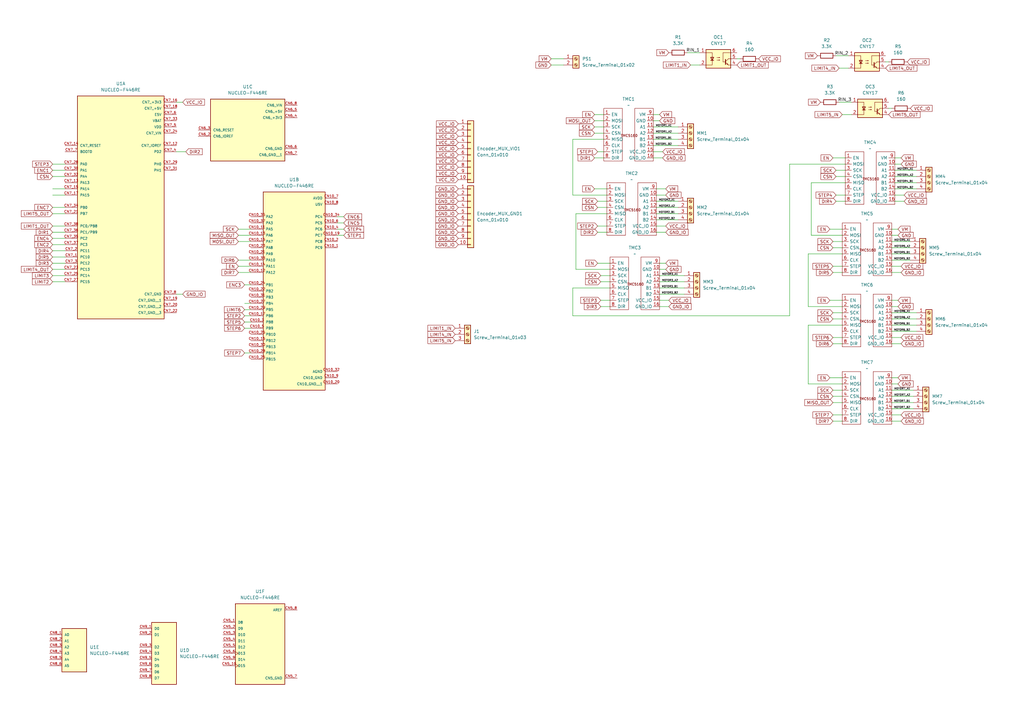
<source format=kicad_sch>
(kicad_sch (version 20250114) (generator "eeschema") (generator_version "9.0")
  (paper "A3")
  (lib_symbols
    (symbol "Connector:Screw_Terminal_01x02" (pin_names (offset 1.016) (hide yes))
      (property "Reference" "J" (at 0 2.54 0))
      (property "Value" "Screw_Terminal_01x02" (at 0 -5.08 0))
      (symbol "Screw_Terminal_01x02_1_1"
        (pin passive line (at -5.08 0 0) (length 3.81) (name "Pin_1") (number "1"))
        (pin passive line (at -5.08 -2.54 0) (length 3.81) (name "Pin_2") (number "2"))
      )
    )
    (symbol "Connector:Screw_Terminal_01x03" (pin_names (offset 1.016) (hide yes))
      (property "Reference" "J" (at 0 5.08 0))
      (property "Value" "Screw_Terminal_01x03" (at 0 -5.08 0))
      (symbol "Screw_Terminal_01x03_1_1"
        (pin passive line (at -5.08 2.54 0) (length 3.81) (name "Pin_1") (number "1"))
        (pin passive line (at -5.08 0 0) (length 3.81) (name "Pin_2") (number "2"))
        (pin passive line (at -5.08 -2.54 0) (length 3.81) (name "Pin_3") (number "3"))
      )
    )
    (symbol "Connector:Screw_Terminal_01x04" (pin_names (offset 1.016) (hide yes))
      (property "Reference" "J" (at 0 5.08 0))
      (property "Value" "Screw_Terminal_01x04" (at 0 -7.62 0))
      (symbol "Screw_Terminal_01x04_1_1"
        (pin passive line (at -5.08 2.54 0) (length 3.81) (name "Pin_1") (number "1"))
        (pin passive line (at -5.08 0 0) (length 3.81) (name "Pin_2") (number "2"))
        (pin passive line (at -5.08 -2.54 0) (length 3.81) (name "Pin_3") (number "3"))
        (pin passive line (at -5.08 -5.08 0) (length 3.81) (name "Pin_4") (number "4"))
      )
    )
    (symbol "Connector_Generic:Conn_01x10" (pin_names (offset 1.016) (hide yes))
      (property "Reference" "J" (at 0 12.7 0))
      (property "Value" "Conn_01x10" (at 0 -15.24 0))
      (symbol "Conn_01x10_1_1"
        (pin passive line (at -5.08 10.16 0) (length 3.81) (name "Pin_1") (number "1"))
        (pin passive line (at -5.08 7.62 0) (length 3.81) (name "Pin_2") (number "2"))
        (pin passive line (at -5.08 5.08 0) (length 3.81) (name "Pin_3") (number "3"))
        (pin passive line (at -5.08 2.54 0) (length 3.81) (name "Pin_4") (number "4"))
        (pin passive line (at -5.08 0 0) (length 3.81) (name "Pin_5") (number "5"))
        (pin passive line (at -5.08 -2.54 0) (length 3.81) (name "Pin_6") (number "6"))
        (pin passive line (at -5.08 -5.08 0) (length 3.81) (name "Pin_7") (number "7"))
        (pin passive line (at -5.08 -7.62 0) (length 3.81) (name "Pin_8") (number "8"))
        (pin passive line (at -5.08 -10.16 0) (length 3.81) (name "Pin_9") (number "9"))
        (pin passive line (at -5.08 -12.7 0) (length 3.81) (name "Pin_10") (number "10"))
      )
    )
    (symbol "Device:R" (pin_numbers (hide yes)) (pin_names (offset 0))
      (property "Reference" "R" (at 2.032 0 90))
      (property "Value" "R" (at 0 0 90))
      (symbol "R_1_1"
        (pin passive line (at 0 3.81 270) (length 1.27) (name "~") (number "1"))
        (pin passive line (at 0 -3.81 90) (length 1.27) (name "~") (number "2"))
      )
    )
    (symbol "Isolator:CNY17-4" (pin_names (offset 1.016))
      (property "Reference" "U" (at -5.08 5.08 0))
      (property "Value" "CNY17-4" (at 0 5.08 0))
      (symbol "CNY17-4_1_1"
        (pin passive line (at -7.62 2.54 0) (length 2.54) (name "~") (number "1"))
        (pin passive line (at -7.62 -2.54 0) (length 2.54) (name "~") (number "2"))
        (pin no_connect line (at -5.08 0 0) (length 2.54) (hide yes) (name "NC") (number "3"))
        (pin passive line (at 7.62 2.54 180) (length 2.54) (name "~") (number "6"))
        (pin passive line (at 7.62 0 180) (length 2.54) (name "~") (number "5"))
        (pin passive line (at 7.62 -2.54 180) (length 2.54) (name "~") (number "4"))
      )
    )
    (symbol "control_board_aaa:NUCLEO-F446RE" (pin_names (offset 1.016))
      (property "Reference" "U" (at -17.78 41.91 0))
      (property "Value" "NUCLEO-F446RE" (at -17.78 -52.07 0))
      (symbol "NUCLEO-F446RE_1_0"
        (pin bidirectional line (at -22.86 20.32 0) (length 5.08) (name "CN7_RESET") (number "CN7_14"))
        (pin bidirectional line (at -22.86 17.78 0) (length 5.08) (name "BOOT0") (number "CN7_7"))
        (pin bidirectional line (at -22.86 12.7 0) (length 5.08) (name "PA0") (number "CN7_28"))
        (pin bidirectional line (at -22.86 10.16 0) (length 5.08) (name "PA1") (number "CN7_30"))
        (pin bidirectional line (at -22.86 7.62 0) (length 5.08) (name "PA4") (number "CN7_32"))
        (pin bidirectional line (at -22.86 5.08 0) (length 5.08) (name "PA13") (number "CN7_13"))
        (pin bidirectional line (at -22.86 2.54 0) (length 5.08) (name "PA14") (number "CN7_15"))
        (pin bidirectional line (at -22.86 0 0) (length 5.08) (name "PA15") (number "CN7_17"))
        (pin bidirectional line (at -22.86 -5.08 0) (length 5.08) (name "PB0") (number "CN7_34"))
        (pin bidirectional line (at -22.86 -7.62 0) (length 5.08) (name "PB7") (number "CN7_21"))
        (pin bidirectional line (at -22.86 -12.7 0) (length 5.08) (name "PC0/PB8") (number "CN7_38"))
        (pin bidirectional line (at -22.86 -15.24 0) (length 5.08) (name "PC1/PB9") (number "CN7_36"))
        (pin bidirectional line (at -22.86 -17.78 0) (length 5.08) (name "PC2") (number "CN7_35"))
        (pin bidirectional line (at -22.86 -20.32 0) (length 5.08) (name "PC3") (number "CN7_37"))
        (pin bidirectional line (at -22.86 -22.86 0) (length 5.08) (name "PC11") (number "CN7_2"))
        (pin bidirectional line (at -22.86 -25.4 0) (length 5.08) (name "PC10") (number "CN7_1"))
        (pin bidirectional line (at -22.86 -27.94 0) (length 5.08) (name "PC12") (number "CN7_3"))
        (pin bidirectional line (at -22.86 -30.48 0) (length 5.08) (name "PC13") (number "CN7_23"))
        (pin bidirectional line (at -22.86 -33.02 0) (length 5.08) (name "PC14") (number "CN7_25"))
        (pin bidirectional line (at -22.86 -35.56 0) (length 5.08) (name "PC15") (number "CN7_27"))
        (pin power_in line (at 22.86 38.1 180) (length 5.08) (name "CN7_+3V3") (number "CN7_16"))
        (pin power_in line (at 22.86 35.56 180) (length 5.08) (name "CN7_+5V") (number "CN7_18"))
        (pin power_in line (at 22.86 33.02 180) (length 5.08) (name "E5V") (number "CN7_6"))
        (pin power_in line (at 22.86 30.48 180) (length 5.08) (name "VBAT") (number "CN7_33"))
        (pin power_in line (at 22.86 27.94 180) (length 5.08) (name "VDD") (number "CN7_5"))
        (pin power_in line (at 22.86 25.4 180) (length 5.08) (name "CN7_VIN") (number "CN7_24"))
        (pin bidirectional line (at 22.86 20.32 180) (length 5.08) (name "CN7_IOREF") (number "CN7_12"))
        (pin bidirectional line (at 22.86 17.78 180) (length 5.08) (name "PD2") (number "CN7_4"))
        (pin bidirectional line (at 22.86 12.7 180) (length 5.08) (name "PH0") (number "CN7_29"))
        (pin bidirectional line (at 22.86 10.16 180) (length 5.08) (name "PH1") (number "CN7_31"))
        (pin power_in line (at 22.86 -40.64 180) (length 5.08) (name "CN7_GND") (number "CN7_8"))
        (pin power_in line (at 22.86 -43.18 180) (length 5.08) (name "CN7_GND__1") (number "CN7_19"))
        (pin power_in line (at 22.86 -45.72 180) (length 5.08) (name "CN7_GND__2") (number "CN7_20"))
        (pin power_in line (at 22.86 -48.26 180) (length 5.08) (name "CN7_GND__3") (number "CN7_22"))
      )
      (symbol "NUCLEO-F446RE_2_0"
        (pin bidirectional line (at -17.78 27.94 0) (length 5.08) (name "PA2") (number "CN10_35"))
        (pin bidirectional line (at -17.78 25.4 0) (length 5.08) (name "PA3") (number "CN10_37"))
        (pin bidirectional line (at -17.78 22.86 0) (length 5.08) (name "PA5") (number "CN10_11"))
        (pin bidirectional line (at -17.78 20.32 0) (length 5.08) (name "PA6") (number "CN10_13"))
        (pin bidirectional line (at -17.78 17.78 0) (length 5.08) (name "PA7") (number "CN10_15"))
        (pin bidirectional line (at -17.78 15.24 0) (length 5.08) (name "PA8") (number "CN10_23"))
        (pin bidirectional line (at -17.78 12.7 0) (length 5.08) (name "PA9") (number "CN10_21"))
        (pin bidirectional line (at -17.78 10.16 0) (length 5.08) (name "PA10") (number "CN10_33"))
        (pin bidirectional line (at -17.78 7.62 0) (length 5.08) (name "PA11") (number "CN10_14"))
        (pin bidirectional line (at -17.78 5.08 0) (length 5.08) (name "PA12") (number "CN10_12"))
        (pin bidirectional line (at -17.78 0 0) (length 5.08) (name "PB1") (number "CN10_24"))
        (pin bidirectional line (at -17.78 -2.54 0) (length 5.08) (name "PB2") (number "CN10_22"))
        (pin bidirectional line (at -17.78 -5.08 0) (length 5.08) (name "PB3") (number "CN10_31"))
        (pin bidirectional line (at -17.78 -7.62 0) (length 5.08) (name "PB4") (number "CN10_27"))
        (pin bidirectional line (at -17.78 -10.16 0) (length 5.08) (name "PB5") (number "CN10_29"))
        (pin bidirectional line (at -17.78 -12.7 0) (length 5.08) (name "PB6") (number "CN10_17"))
        (pin bidirectional line (at -17.78 -15.24 0) (length 5.08) (name "PB8") (number "CN10_3"))
        (pin bidirectional line (at -17.78 -17.78 0) (length 5.08) (name "PB9") (number "CN10_5"))
        (pin bidirectional line (at -17.78 -20.32 0) (length 5.08) (name "PB10") (number "CN10_25"))
        (pin bidirectional line (at -17.78 -22.86 0) (length 5.08) (name "PB12") (number "CN10_16"))
        (pin bidirectional line (at -17.78 -25.4 0) (length 5.08) (name "PB13") (number "CN10_30"))
        (pin bidirectional line (at -17.78 -27.94 0) (length 5.08) (name "PB14") (number "CN10_28"))
        (pin bidirectional line (at -17.78 -30.48 0) (length 5.08) (name "PB15") (number "CN10_26"))
        (pin power_in line (at 17.78 35.56 180) (length 5.08) (name "AVDD") (number "CN10_7"))
        (pin power_in line (at 17.78 33.02 180) (length 5.08) (name "U5V") (number "CN10_8"))
        (pin bidirectional line (at 17.78 27.94 180) (length 5.08) (name "PC4") (number "CN10_34"))
        (pin bidirectional line (at 17.78 25.4 180) (length 5.08) (name "PC5") (number "CN10_6"))
        (pin bidirectional line (at 17.78 22.86 180) (length 5.08) (name "PC6") (number "CN10_4"))
        (pin bidirectional line (at 17.78 20.32 180) (length 5.08) (name "PC7") (number "CN10_19"))
        (pin bidirectional line (at 17.78 17.78 180) (length 5.08) (name "PC8") (number "CN10_2"))
        (pin bidirectional line (at 17.78 15.24 180) (length 5.08) (name "PC9") (number "CN10_1"))
        (pin power_in line (at 17.78 -35.56 180) (length 5.08) (name "AGND") (number "CN10_32"))
        (pin power_in line (at 17.78 -38.1 180) (length 5.08) (name "CN10_GND") (number "CN10_9"))
        (pin power_in line (at 17.78 -40.64 180) (length 5.08) (name "CN10_GND__1") (number "CN10_20"))
      )
      (symbol "NUCLEO-F446RE_3_0"
        (pin bidirectional line (at -20.32 -2.54 0) (length 5.08) (name "CN6_RESET") (number "CN6_3"))
        (pin bidirectional line (at -20.32 -5.08 0) (length 5.08) (name "CN6_IOREF") (number "CN6_2"))
        (pin power_in line (at 20.32 7.62 180) (length 5.08) (name "CN6_VIN") (number "CN6_8"))
        (pin power_in line (at 20.32 5.08 180) (length 5.08) (name "CN6_+5V") (number "CN6_5"))
        (pin power_in line (at 20.32 2.54 180) (length 5.08) (name "CN6_+3V3") (number "CN6_4"))
        (pin power_in line (at 20.32 -10.16 180) (length 5.08) (name "CN6_GND") (number "CN6_6"))
        (pin power_in line (at 20.32 -12.7 180) (length 5.08) (name "CN6_GND__1") (number "CN6_7"))
      )
      (symbol "NUCLEO-F446RE_4_0"
        (pin input line (at -10.16 10.16 0) (length 5.08) (name "D0") (number "CN9_1"))
        (pin output line (at -10.16 7.62 0) (length 5.08) (name "D1") (number "CN9_2"))
        (pin bidirectional line (at -10.16 2.54 0) (length 5.08) (name "D2") (number "CN9_3"))
        (pin bidirectional line (at -10.16 0 0) (length 5.08) (name "D3") (number "CN9_4"))
        (pin bidirectional line (at -10.16 -2.54 0) (length 5.08) (name "D4") (number "CN9_5"))
        (pin bidirectional line (at -10.16 -5.08 0) (length 5.08) (name "D5") (number "CN9_6"))
        (pin bidirectional line (at -10.16 -7.62 0) (length 5.08) (name "D6") (number "CN9_7"))
        (pin bidirectional line (at -10.16 -10.16 0) (length 5.08) (name "D7") (number "CN9_8"))
      )
      (symbol "NUCLEO-F446RE_5_0"
        (pin input line (at -10.16 5.08 0) (length 5.08) (name "A0") (number "CN8_1"))
        (pin input line (at -10.16 2.54 0) (length 5.08) (name "A1") (number "CN8_2"))
        (pin input line (at -10.16 0 0) (length 5.08) (name "A2") (number "CN8_3"))
        (pin input line (at -10.16 -2.54 0) (length 5.08) (name "A3") (number "CN8_4"))
        (pin input line (at -10.16 -5.08 0) (length 5.08) (name "A4") (number "CN8_5"))
        (pin input line (at -10.16 -7.62 0) (length 5.08) (name "A5") (number "CN8_6"))
      )
      (symbol "NUCLEO-F446RE_6_0"
        (pin bidirectional line (at -15.24 7.62 0) (length 5.08) (name "D8") (number "CN5_1"))
        (pin bidirectional line (at -15.24 5.08 0) (length 5.08) (name "D9") (number "CN5_2"))
        (pin bidirectional line (at -15.24 2.54 0) (length 5.08) (name "D10") (number "CN5_3"))
        (pin bidirectional line (at -15.24 0 0) (length 5.08) (name "D11") (number "CN5_4"))
        (pin bidirectional line (at -15.24 -2.54 0) (length 5.08) (name "D12") (number "CN5_5"))
        (pin bidirectional clock (at -15.24 -5.08 0) (length 5.08) (name "D13") (number "CN5_6"))
        (pin bidirectional line (at -15.24 -7.62 0) (length 5.08) (name "D14") (number "CN5_9"))
        (pin bidirectional clock (at -15.24 -10.16 0) (length 5.08) (name "D15") (number "CN5_10"))
        (pin power_in line (at 15.24 12.7 180) (length 5.08) (name "AREF") (number "CN5_8"))
        (pin power_in line (at 15.24 -15.24 180) (length 5.08) (name "CN5_GND") (number "CN5_7"))
      )
    )
    (symbol "control_board_aaa:tmc5160_driver"
      (property "Reference" "J" (at -8.636 0 0))
      (symbol "tmc5160_driver_1_1"
        (text "TMC5160\n" (at 2.794 -11.176 0) (effects (font (size 1.016 1.016))))
        (pin input line (at -7.62 -2.54 0) (length 2.54) (name "EN") (number "1"))
        (pin input line (at -7.62 -5.08 0) (length 2.54) (name "MOSI") (number "2"))
        (pin input line (at -7.62 -7.62 0) (length 2.54) (name "SCK") (number "3"))
        (pin input line (at -7.62 -10.16 0) (length 2.54) (name "CSN") (number "4"))
        (pin input line (at -7.62 -12.7 0) (length 2.54) (name "MISO") (number "5"))
        (pin input line (at -7.62 -15.24 0) (length 2.54) (name "CLK") (number "6"))
        (pin input line (at -7.62 -17.78 0) (length 2.54) (name "STEP") (number "7"))
        (pin input line (at -7.62 -20.32 0) (length 2.54) (name "DIR") (number "8"))
        (pin power_in line (at 12.7 -2.54 180) (length 2.54) (name "VM") (number "9"))
        (pin power_in line (at 12.7 -5.08 180) (length 2.54) (name "GND") (number "10"))
        (pin output line (at 12.7 -7.62 180) (length 2.54) (name "A1") (number "11"))
        (pin output line (at 12.7 -10.16 180) (length 2.54) (name "A2") (number "12"))
        (pin output line (at 12.7 -12.7 180) (length 2.54) (name "B1") (number "13"))
        (pin output line (at 12.7 -15.24 180) (length 2.54) (name "B2") (number "14"))
        (pin input line (at 12.7 -17.78 180) (length 2.54) (name "VCC_IO") (number "15"))
        (pin input line (at 12.7 -20.32 180) (length 2.54) (name "GND_IO") (number "16"))
      )
    )
  )
  (wire (pts (xy 243.84 77.47) (xy 248.92 77.47)))
  (wire (pts (xy 365.76 125.73) (xy 368.3 125.73)))
  (wire (pts (xy 373.38 101.6) (xy 365.76 101.6)))
  (wire (pts (xy 138.43 91.44) (xy 140.97 91.44)))
  (wire (pts (xy 246.38 113.03) (xy 250.19 113.03)))
  (wire (pts (xy 270.51 123.19) (xy 274.32 123.19)))
  (wire (pts (xy 278.13 59.69) (xy 267.97 59.69)))
  (wire (pts (xy 342.9 69.85) (xy 346.71 69.85)))
  (wire (pts (xy 72.39 120.65) (xy 74.93 120.65)))
  (wire (pts (xy 342.9 22.86) (xy 347.98 22.86)))
  (wire (pts (xy 345.44 104.14) (xy 331.47 104.14)))
  (wire (pts (xy 140.97 96.52) (xy 138.43 96.52)))
  (wire (pts (xy 245.11 62.23) (xy 247.65 62.23)))
  (wire (pts (xy 138.43 93.98) (xy 140.97 93.98)))
  (wire (pts (xy 341.63 165.1) (xy 345.44 165.1)))
  (wire (pts (xy 323.85 67.31) (xy 346.71 67.31)))
  (wire (pts (xy 246.38 123.19) (xy 250.19 123.19)))
  (wire (pts (xy 278.13 54.61) (xy 267.97 54.61)))
  (wire (pts (xy 243.84 49.53) (xy 247.65 49.53)))
  (wire (pts (xy 234.95 118.11) (xy 234.95 129.54)))
  (wire (pts (xy 21.59 110.49) (xy 26.67 110.49)))
  (wire (pts (xy 341.63 111.76) (xy 345.44 111.76)))
  (wire (pts (xy 332.74 74.93) (xy 332.74 96.52)))
  (wire (pts (xy 342.9 72.39) (xy 346.71 72.39)))
  (wire (pts (xy 100.33 127) (xy 102.87 127)))
  (wire (pts (xy 248.92 87.63) (xy 236.22 87.63)))
  (wire (pts (xy 269.24 77.47) (xy 273.05 77.47)))
  (wire (pts (xy 100.33 132.08) (xy 102.87 132.08)))
  (wire (pts (xy 280.67 120.65) (xy 270.51 120.65)))
  (wire (pts (xy 365.76 165.1) (xy 374.65 165.1)))
  (wire (pts (xy 340.36 123.19) (xy 345.44 123.19)))
  (wire (pts (xy 21.59 115.57) (xy 26.67 115.57)))
  (wire (pts (xy 375.92 130.81) (xy 365.76 130.81)))
  (wire (pts (xy 278.13 57.15) (xy 267.97 57.15)))
  (wire (pts (xy 345.44 46.99) (xy 349.25 46.99)))
  (wire (pts (xy 375.92 69.85) (xy 367.03 69.85)))
  (wire (pts (xy 331.47 104.14) (xy 331.47 125.73)))
  (wire (pts (xy 100.33 129.54) (xy 102.87 129.54)))
  (wire (pts (xy 269.24 80.01) (xy 273.05 80.01)))
  (wire (pts (xy 365.76 111.76) (xy 369.57 111.76)))
  (wire (pts (xy 21.59 100.33) (xy 26.67 100.33)))
  (wire (pts (xy 340.36 93.98) (xy 345.44 93.98)))
  (wire (pts (xy 100.33 116.84) (xy 102.87 116.84)))
  (wire (pts (xy 243.84 54.61) (xy 247.65 54.61)))
  (wire (pts (xy 365.76 138.43) (xy 369.57 138.43)))
  (wire (pts (xy 245.11 95.25) (xy 248.92 95.25)))
  (wire (pts (xy 97.79 93.98) (xy 102.87 93.98)))
  (wire (pts (xy 21.59 102.87) (xy 26.67 102.87)))
  (wire (pts (xy 341.63 172.72) (xy 345.44 172.72)))
  (wire (pts (xy 375.92 74.93) (xy 367.03 74.93)))
  (wire (pts (xy 341.63 99.06) (xy 345.44 99.06)))
  (wire (pts (xy 283.21 26.67) (xy 287.02 26.67)))
  (wire (pts (xy 345.44 133.35) (xy 331.47 133.35)))
  (wire (pts (xy 21.59 72.39) (xy 26.67 72.39)))
  (wire (pts (xy 332.74 96.52) (xy 345.44 96.52)))
  (wire (pts (xy 365.76 157.48) (xy 368.3 157.48)))
  (wire (pts (xy 365.76 109.22) (xy 369.57 109.22)))
  (wire (pts (xy 373.38 104.14) (xy 365.76 104.14)))
  (wire (pts (xy 331.47 125.73) (xy 345.44 125.73)))
  (wire (pts (xy 375.92 133.35) (xy 365.76 133.35)))
  (wire (pts (xy 341.63 130.81) (xy 345.44 130.81)))
  (wire (pts (xy 365.76 160.02) (xy 374.65 160.02)))
  (wire (pts (xy 270.51 107.95) (xy 273.05 107.95)))
  (wire (pts (xy 245.11 92.71) (xy 248.92 92.71)))
  (wire (pts (xy 226.06 26.67) (xy 231.14 26.67)))
  (wire (pts (xy 302.26 24.13) (xy 303.53 24.13)))
  (wire (pts (xy 344.17 27.94) (xy 347.98 27.94)))
  (wire (pts (xy 245.11 107.95) (xy 250.19 107.95)))
  (wire (pts (xy 21.59 97.79) (xy 26.67 97.79)))
  (wire (pts (xy 373.38 106.68) (xy 365.76 106.68)))
  (wire (pts (xy 72.39 62.23) (xy 76.2 62.23)))
  (wire (pts (xy 100.33 134.62) (xy 102.87 134.62)))
  (wire (pts (xy 365.76 162.56) (xy 374.65 162.56)))
  (wire (pts (xy 280.67 113.03) (xy 270.51 113.03)))
  (wire (pts (xy 280.67 118.11) (xy 270.51 118.11)))
  (wire (pts (xy 243.84 64.77) (xy 247.65 64.77)))
  (wire (pts (xy 243.84 52.07) (xy 247.65 52.07)))
  (wire (pts (xy 234.95 80.01) (xy 248.92 80.01)))
  (wire (pts (xy 341.63 109.22) (xy 345.44 109.22)))
  (wire (pts (xy 270.51 110.49) (xy 273.05 110.49)))
  (wire (pts (xy 367.03 67.31) (xy 369.57 67.31)))
  (wire (pts (xy 342.9 80.01) (xy 346.71 80.01)))
  (wire (pts (xy 234.95 129.54) (xy 323.85 129.54)))
  (wire (pts (xy 21.59 80.01) (xy 26.67 80.01)))
  (wire (pts (xy 138.43 88.9) (xy 140.97 88.9)))
  (wire (pts (xy 267.97 64.77) (xy 271.78 64.77)))
  (wire (pts (xy 341.63 160.02) (xy 345.44 160.02)))
  (wire (pts (xy 269.24 82.55) (xy 278.13 82.55)))
  (wire (pts (xy 236.22 110.49) (xy 250.19 110.49)))
  (wire (pts (xy 341.63 140.97) (xy 345.44 140.97)))
  (wire (pts (xy 365.76 154.94) (xy 368.3 154.94)))
  (wire (pts (xy 100.33 124.46) (xy 102.87 124.46)))
  (wire (pts (xy 21.59 92.71) (xy 26.67 92.71)))
  (wire (pts (xy 367.03 82.55) (xy 370.84 82.55)))
  (wire (pts (xy 21.59 67.31) (xy 26.67 67.31)))
  (wire (pts (xy 246.38 115.57) (xy 250.19 115.57)))
  (wire (pts (xy 269.24 90.17) (xy 278.13 90.17)))
  (wire (pts (xy 21.59 85.09) (xy 26.67 85.09)))
  (wire (pts (xy 331.47 157.48) (xy 345.44 157.48)))
  (wire (pts (xy 246.38 125.73) (xy 250.19 125.73)))
  (wire (pts (xy 365.76 167.64) (xy 374.65 167.64)))
  (wire (pts (xy 281.94 21.59) (xy 287.02 21.59)))
  (wire (pts (xy 365.76 123.19) (xy 368.3 123.19)))
  (wire (pts (xy 340.36 154.94) (xy 345.44 154.94)))
  (wire (pts (xy 245.11 85.09) (xy 248.92 85.09)))
  (wire (pts (xy 280.67 115.57) (xy 270.51 115.57)))
  (wire (pts (xy 234.95 57.15) (xy 234.95 80.01)))
  (wire (pts (xy 267.97 49.53) (xy 270.51 49.53)))
  (wire (pts (xy 363.22 25.4) (xy 364.49 25.4)))
  (wire (pts (xy 365.76 93.98) (xy 368.3 93.98)))
  (wire (pts (xy 267.97 52.07) (xy 278.13 52.07)))
  (wire (pts (xy 375.92 135.89) (xy 365.76 135.89)))
  (wire (pts (xy 365.76 96.52) (xy 368.3 96.52)))
  (wire (pts (xy 269.24 85.09) (xy 278.13 85.09)))
  (wire (pts (xy 21.59 87.63) (xy 26.67 87.63)))
  (wire (pts (xy 243.84 46.99) (xy 247.65 46.99)))
  (wire (pts (xy 364.49 44.45) (xy 365.76 44.45)))
  (wire (pts (xy 72.39 41.91) (xy 74.93 41.91)))
  (wire (pts (xy 365.76 172.72) (xy 369.57 172.72)))
  (wire (pts (xy 21.59 105.41) (xy 26.67 105.41)))
  (wire (pts (xy 375.92 72.39) (xy 367.03 72.39)))
  (wire (pts (xy 269.24 92.71) (xy 273.05 92.71)))
  (wire (pts (xy 375.92 77.47) (xy 367.03 77.47)))
  (wire (pts (xy 365.76 140.97) (xy 369.57 140.97)))
  (wire (pts (xy 267.97 62.23) (xy 271.78 62.23)))
  (wire (pts (xy 373.38 99.06) (xy 365.76 99.06)))
  (wire (pts (xy 21.59 69.85) (xy 26.67 69.85)))
  (wire (pts (xy 21.59 95.25) (xy 26.67 95.25)))
  (wire (pts (xy 250.19 118.11) (xy 234.95 118.11)))
  (wire (pts (xy 341.63 170.18) (xy 345.44 170.18)))
  (wire (pts (xy 97.79 106.68) (xy 102.87 106.68)))
  (wire (pts (xy 245.11 82.55) (xy 248.92 82.55)))
  (wire (pts (xy 341.63 101.6) (xy 345.44 101.6)))
  (wire (pts (xy 323.85 129.54) (xy 323.85 67.31)))
  (wire (pts (xy 342.9 82.55) (xy 346.71 82.55)))
  (wire (pts (xy 236.22 87.63) (xy 236.22 110.49)))
  (wire (pts (xy 367.03 64.77) (xy 369.57 64.77)))
  (wire (pts (xy 97.79 96.52) (xy 102.87 96.52)))
  (wire (pts (xy 21.59 77.47) (xy 26.67 77.47)))
  (wire (pts (xy 331.47 133.35) (xy 331.47 157.48)))
  (wire (pts (xy 341.63 64.77) (xy 346.71 64.77)))
  (wire (pts (xy 226.06 24.13) (xy 231.14 24.13)))
  (wire (pts (xy 341.63 138.43) (xy 345.44 138.43)))
  (wire (pts (xy 341.63 128.27) (xy 345.44 128.27)))
  (wire (pts (xy 365.76 170.18) (xy 369.57 170.18)))
  (wire (pts (xy 247.65 57.15) (xy 234.95 57.15)))
  (wire (pts (xy 267.97 46.99) (xy 270.51 46.99)))
  (wire (pts (xy 97.79 99.06) (xy 102.87 99.06)))
  (wire (pts (xy 269.24 95.25) (xy 273.05 95.25)))
  (wire (pts (xy 346.71 74.93) (xy 332.74 74.93)))
  (wire (pts (xy 269.24 87.63) (xy 278.13 87.63)))
  (wire (pts (xy 21.59 107.95) (xy 26.67 107.95)))
  (wire (pts (xy 100.33 144.78) (xy 102.87 144.78)))
  (wire (pts (xy 341.63 162.56) (xy 345.44 162.56)))
  (wire (pts (xy 367.03 80.01) (xy 370.84 80.01)))
  (wire (pts (xy 97.79 109.22) (xy 102.87 109.22)))
  (wire (pts (xy 344.17 41.91) (xy 349.25 41.91)))
  (wire (pts (xy 97.79 111.76) (xy 102.87 111.76)))
  (wire (pts (xy 270.51 125.73) (xy 274.32 125.73)))
  (wire (pts (xy 375.92 128.27) (xy 365.76 128.27)))
  (wire (pts (xy 21.59 113.03) (xy 26.67 113.03)))
  (label "MOTOR6_A1" (at 373.38 128.27 180) (effects (font (size 0.762 0.762))))
  (label "RIN_3" (at 349.25 41.91 180))
  (label "MOTOR7_A1" (at 373.38 160.02 180) (effects (font (size 0.762 0.762))))
  (label "MOTOR5_A1" (at 373.38 99.06 180) (effects (font (size 0.762 0.762))))
  (label "MOTOR1_A2" (at 275.59 54.61 180) (effects (font (size 0.762 0.762))))
  (label "MOTOR3_B2" (at 278.13 120.65 180) (effects (font (size 0.762 0.762))))
  (label "MOTOR1_B2" (at 275.59 59.69 180) (effects (font (size 0.762 0.762))))
  (label "MOTOR3_A2" (at 278.13 115.57 180) (effects (font (size 0.762 0.762))))
  (label "MOTOR5_B1" (at 373.38 104.14 180) (effects (font (size 0.762 0.762))))
  (label "MOTOR7_B2" (at 373.38 167.64 180) (effects (font (size 0.762 0.762))))
  (label "MOTOR2_A1" (at 276.86 82.55 180) (effects (font (size 0.762 0.762))))
  (label "MOTOR4_B2" (at 374.65 77.47 180) (effects (font (size 0.762 0.762))))
  (label "MOTOR3_A1" (at 278.13 113.03 180) (effects (font (size 0.762 0.762))))
  (label "MOTOR6_A2" (at 373.38 130.81 180) (effects (font (size 0.762 0.762))))
  (label "MOTOR2_A2" (at 276.86 85.09 180) (effects (font (size 0.762 0.762))))
  (label "MOTOR5_B2" (at 373.38 106.68 180) (effects (font (size 0.762 0.762))))
  (label "MOTOR2_B1" (at 276.86 87.63 180) (effects (font (size 0.762 0.762))))
  (label "RIN_1" (at 287.02 21.59 180))
  (label "MOTOR3_B1" (at 278.13 118.11 180) (effects (font (size 0.762 0.762))))
  (label "MOTOR7_A2" (at 373.38 162.56 180) (effects (font (size 0.762 0.762))))
  (label "MOTOR7_B1" (at 373.38 165.1 180) (effects (font (size 0.762 0.762))))
  (label "MOTOR4_A2" (at 374.65 72.39 180) (effects (font (size 0.762 0.762))))
  (label "MOTOR1_A1" (at 275.59 52.07 180) (effects (font (size 0.762 0.762))))
  (label "MOTOR6_B1" (at 373.38 133.35 180) (effects (font (size 0.762 0.762))))
  (label "MOTOR5_A2" (at 373.38 101.6 180) (effects (font (size 0.762 0.762))))
  (label "MOTOR4_B1" (at 374.65 74.93 180) (effects (font (size 0.762 0.762))))
  (label "RIN_2" (at 347.98 22.86 180))
  (label "MOTOR1_B1" (at 275.59 57.15 180) (effects (font (size 0.762 0.762))))
  (label "MOTOR6_B2" (at 373.38 135.89 180) (effects (font (size 0.762 0.762))))
  (label "MOTOR2_B2" (at 276.86 90.17 180) (effects (font (size 0.762 0.762))))
  (label "MOTOR4_A1" (at 374.65 69.85 180) (effects (font (size 0.762 0.762))))
  (global_label "STEP6" (shape input) (at 100.33 134.62 180) (property "Intersheetrefs" "${INTERSHEET_REFS}" (effects (hide yes))))
  (global_label "GND" (shape input) (at 368.3 96.52 0) (property "Intersheetrefs" "${INTERSHEET_REFS}" (effects (hide yes))))
  (global_label "DIR2" (shape input) (at 245.11 95.25 180) (property "Intersheetrefs" "${INTERSHEET_REFS}" (effects (hide yes))))
  (global_label "GND_IO" (shape input) (at 369.57 172.72 0) (property "Intersheetrefs" "${INTERSHEET_REFS}" (effects (hide yes))))
  (global_label "STEP7" (shape input) (at 100.33 144.78 180) (property "Intersheetrefs" "${INTERSHEET_REFS}" (effects (hide yes))))
  (global_label "DIR4" (shape input) (at 342.9 82.55 180) (property "Intersheetrefs" "${INTERSHEET_REFS}" (effects (hide yes))))
  (global_label "STEP7" (shape input) (at 341.63 170.18 180) (property "Intersheetrefs" "${INTERSHEET_REFS}" (effects (hide yes))))
  (global_label "VCC_IO" (shape input) (at 187.96 55.88 180) (property "Intersheetrefs" "${INTERSHEET_REFS}" (effects (hide yes))))
  (global_label "LIMIT3" (shape input) (at 21.59 113.03 180) (property "Intersheetrefs" "${INTERSHEET_REFS}" (effects (hide yes))))
  (global_label "GND" (shape input) (at 273.05 80.01 0) (property "Intersheetrefs" "${INTERSHEET_REFS}" (effects (hide yes))))
  (global_label "DIR1" (shape input) (at 21.59 95.25 180) (property "Intersheetrefs" "${INTERSHEET_REFS}" (effects (hide yes))))
  (global_label "STEP1" (shape input) (at 245.11 62.23 180) (property "Intersheetrefs" "${INTERSHEET_REFS}" (effects (hide yes))))
  (global_label "DIR2" (shape input) (at 76.2 62.23 0) (property "Intersheetrefs" "${INTERSHEET_REFS}" (effects (hide yes))))
  (global_label "LIMIT5_OUT" (shape input) (at 364.49 46.99 0) (property "Intersheetrefs" "${INTERSHEET_REFS}" (effects (hide yes))))
  (global_label "SCK" (shape input) (at 342.9 69.85 180) (property "Intersheetrefs" "${INTERSHEET_REFS}" (effects (hide yes))))
  (global_label "DIR4" (shape input) (at 21.59 102.87 180) (property "Intersheetrefs" "${INTERSHEET_REFS}" (effects (hide yes))))
  (global_label "VM" (shape input) (at 273.05 77.47 0) (property "Intersheetrefs" "${INTERSHEET_REFS}" (effects (hide yes))))
  (global_label "EN" (shape input) (at 341.63 64.77 180) (property "Intersheetrefs" "${INTERSHEET_REFS}" (effects (hide yes))))
  (global_label "ENC7" (shape input) (at 21.59 85.09 180) (property "Intersheetrefs" "${INTERSHEET_REFS}" (effects (hide yes))))
  (global_label "STEP4" (shape input) (at 140.97 93.98 0) (property "Intersheetrefs" "${INTERSHEET_REFS}" (effects (hide yes))))
  (global_label "VCC_IO" (shape input) (at 273.05 92.71 0) (property "Intersheetrefs" "${INTERSHEET_REFS}" (effects (hide yes))))
  (global_label "LIMIT5_IN" (shape input) (at 345.44 46.99 180) (property "Intersheetrefs" "${INTERSHEET_REFS}" (effects (hide yes))))
  (global_label "VCC_IO" (shape input) (at 274.32 123.19 0) (property "Intersheetrefs" "${INTERSHEET_REFS}" (effects (hide yes))))
  (global_label "STEP6" (shape input) (at 341.63 138.43 180) (property "Intersheetrefs" "${INTERSHEET_REFS}" (effects (hide yes))))
  (global_label "SCK" (shape input) (at 245.11 82.55 180) (property "Intersheetrefs" "${INTERSHEET_REFS}" (effects (hide yes))))
  (global_label "STEP2" (shape input) (at 100.33 129.54 180) (property "Intersheetrefs" "${INTERSHEET_REFS}" (effects (hide yes))))
  (global_label "LIMIT1_IN" (shape input) (at 283.21 26.67 180) (property "Intersheetrefs" "${INTERSHEET_REFS}" (effects (hide yes))))
  (global_label "CSN" (shape input) (at 245.11 85.09 180) (property "Intersheetrefs" "${INTERSHEET_REFS}" (effects (hide yes))))
  (global_label "VM" (shape input) (at 274.32 21.59 180) (property "Intersheetrefs" "${INTERSHEET_REFS}" (effects (hide yes))))
  (global_label "ENC5" (shape input) (at 140.97 91.44 0) (property "Intersheetrefs" "${INTERSHEET_REFS}" (effects (hide yes))))
  (global_label "LIMIT5_OUT" (shape input) (at 21.59 87.63 180) (property "Intersheetrefs" "${INTERSHEET_REFS}" (effects (hide yes))))
  (global_label "VM" (shape input) (at 273.05 107.95 0) (property "Intersheetrefs" "${INTERSHEET_REFS}" (effects (hide yes))))
  (global_label "CSN" (shape input) (at 341.63 130.81 180) (property "Intersheetrefs" "${INTERSHEET_REFS}" (effects (hide yes))))
  (global_label "LIMIT6" (shape input) (at 100.33 127 180) (property "Intersheetrefs" "${INTERSHEET_REFS}" (effects (hide yes))))
  (global_label "GND_IO" (shape input) (at 187.96 80.01 180) (property "Intersheetrefs" "${INTERSHEET_REFS}" (effects (hide yes))))
  (global_label "VCC_IO" (shape input) (at 187.96 73.66 180) (property "Intersheetrefs" "${INTERSHEET_REFS}" (effects (hide yes))))
  (global_label "GND_IO" (shape input) (at 274.32 125.73 0) (property "Intersheetrefs" "${INTERSHEET_REFS}" (effects (hide yes))))
  (global_label "GND_IO" (shape input) (at 187.96 87.63 180) (property "Intersheetrefs" "${INTERSHEET_REFS}" (effects (hide yes))))
  (global_label "DIR3" (shape input) (at 246.38 125.73 180) (property "Intersheetrefs" "${INTERSHEET_REFS}" (effects (hide yes))))
  (global_label "EN" (shape input) (at 243.84 46.99 180) (property "Intersheetrefs" "${INTERSHEET_REFS}" (effects (hide yes))))
  (global_label "CSN" (shape input) (at 342.9 72.39 180) (property "Intersheetrefs" "${INTERSHEET_REFS}" (effects (hide yes))))
  (global_label "GND_IO" (shape input) (at 187.96 100.33 180) (property "Intersheetrefs" "${INTERSHEET_REFS}" (effects (hide yes))))
  (global_label "GND" (shape input) (at 270.51 49.53 0) (property "Intersheetrefs" "${INTERSHEET_REFS}" (effects (hide yes))))
  (global_label "GND" (shape input) (at 368.3 125.73 0) (property "Intersheetrefs" "${INTERSHEET_REFS}" (effects (hide yes))))
  (global_label "VCC_IO" (shape input) (at 370.84 80.01 0) (property "Intersheetrefs" "${INTERSHEET_REFS}" (effects (hide yes))))
  (global_label "ENC1" (shape input) (at 21.59 69.85 180) (property "Intersheetrefs" "${INTERSHEET_REFS}" (effects (hide yes))))
  (global_label "SCK" (shape input) (at 341.63 128.27 180) (property "Intersheetrefs" "${INTERSHEET_REFS}" (effects (hide yes))))
  (global_label "VM" (shape input) (at 368.3 123.19 0) (property "Intersheetrefs" "${INTERSHEET_REFS}" (effects (hide yes))))
  (global_label "DIR7" (shape input) (at 97.79 111.76 180) (property "Intersheetrefs" "${INTERSHEET_REFS}" (effects (hide yes))))
  (global_label "VM" (shape input) (at 369.57 64.77 0) (property "Intersheetrefs" "${INTERSHEET_REFS}" (effects (hide yes))))
  (global_label "VM" (shape input) (at 226.06 24.13 180) (property "Intersheetrefs" "${INTERSHEET_REFS}" (effects (hide yes))))
  (global_label "GND_IO" (shape input) (at 187.96 77.47 180) (property "Intersheetrefs" "${INTERSHEET_REFS}" (effects (hide yes))))
  (global_label "GND_IO" (shape input) (at 187.96 85.09 180) (property "Intersheetrefs" "${INTERSHEET_REFS}" (effects (hide yes))))
  (global_label "SCK" (shape input) (at 246.38 113.03 180) (property "Intersheetrefs" "${INTERSHEET_REFS}" (effects (hide yes))))
  (global_label "DIR7" (shape input) (at 341.63 172.72 180) (property "Intersheetrefs" "${INTERSHEET_REFS}" (effects (hide yes))))
  (global_label "VCC_IO" (shape input) (at 187.96 58.42 180) (property "Intersheetrefs" "${INTERSHEET_REFS}" (effects (hide yes))))
  (global_label "DIR5" (shape input) (at 21.59 105.41 180) (property "Intersheetrefs" "${INTERSHEET_REFS}" (effects (hide yes))))
  (global_label "GND_IO" (shape input) (at 369.57 111.76 0) (property "Intersheetrefs" "${INTERSHEET_REFS}" (effects (hide yes))))
  (global_label "LIMIT4_OUT" (shape input) (at 21.59 110.49 180) (property "Intersheetrefs" "${INTERSHEET_REFS}" (effects (hide yes))))
  (global_label "VCC_IO" (shape input) (at 369.57 138.43 0) (property "Intersheetrefs" "${INTERSHEET_REFS}" (effects (hide yes))))
  (global_label "DIR6" (shape input) (at 341.63 140.97 180) (property "Intersheetrefs" "${INTERSHEET_REFS}" (effects (hide yes))))
  (global_label "VCC_IO" (shape input) (at 187.96 53.34 180) (property "Intersheetrefs" "${INTERSHEET_REFS}" (effects (hide yes))))
  (global_label "DIR6" (shape input) (at 97.79 106.68 180) (property "Intersheetrefs" "${INTERSHEET_REFS}" (effects (hide yes))))
  (global_label "MOSI_OUT" (shape input) (at 97.79 99.06 180) (property "Intersheetrefs" "${INTERSHEET_REFS}" (effects (hide yes))))
  (global_label "VCC_IO" (shape input) (at 187.96 66.04 180) (property "Intersheetrefs" "${INTERSHEET_REFS}" (effects (hide yes))))
  (global_label "ENC6" (shape input) (at 140.97 88.9 0) (property "Intersheetrefs" "${INTERSHEET_REFS}" (effects (hide yes))))
  (global_label "DIR1" (shape input) (at 243.84 64.77 180) (property "Intersheetrefs" "${INTERSHEET_REFS}" (effects (hide yes))))
  (global_label "STEP3" (shape input) (at 21.59 67.31 180) (property "Intersheetrefs" "${INTERSHEET_REFS}" (effects (hide yes))))
  (global_label "VCC_IO" (shape input) (at 187.96 68.58 180) (property "Intersheetrefs" "${INTERSHEET_REFS}" (effects (hide yes))))
  (global_label "VM" (shape input) (at 336.55 41.91 180) (property "Intersheetrefs" "${INTERSHEET_REFS}" (effects (hide yes))))
  (global_label "VCC_IO" (shape input) (at 74.93 41.91 0) (property "Intersheetrefs" "${INTERSHEET_REFS}" (effects (hide yes))))
  (global_label "STEP5" (shape input) (at 341.63 109.22 180) (property "Intersheetrefs" "${INTERSHEET_REFS}" (effects (hide yes))))
  (global_label "DIR3" (shape input) (at 21.59 107.95 180) (property "Intersheetrefs" "${INTERSHEET_REFS}" (effects (hide yes))))
  (global_label "VCC_IO" (shape input) (at 369.57 109.22 0) (property "Intersheetrefs" "${INTERSHEET_REFS}" (effects (hide yes))))
  (global_label "VCC_IO" (shape input) (at 369.57 170.18 0) (property "Intersheetrefs" "${INTERSHEET_REFS}" (effects (hide yes))))
  (global_label "CSN" (shape input) (at 21.59 72.39 180) (property "Intersheetrefs" "${INTERSHEET_REFS}" (effects (hide yes))))
  (global_label "CSN" (shape input) (at 246.38 115.57 180) (property "Intersheetrefs" "${INTERSHEET_REFS}" (effects (hide yes))))
  (global_label "STEP2" (shape input) (at 245.11 92.71 180) (property "Intersheetrefs" "${INTERSHEET_REFS}" (effects (hide yes))))
  (global_label "MISO_OUT" (shape input) (at 341.63 165.1 180) (property "Intersheetrefs" "${INTERSHEET_REFS}" (effects (hide yes))))
  (global_label "VCC_IO" (shape input) (at 187.96 60.96 180) (property "Intersheetrefs" "${INTERSHEET_REFS}" (effects (hide yes))))
  (global_label "STEP4" (shape input) (at 342.9 80.01 180) (property "Intersheetrefs" "${INTERSHEET_REFS}" (effects (hide yes))))
  (global_label "VCC_IO" (shape input) (at 187.96 63.5 180) (property "Intersheetrefs" "${INTERSHEET_REFS}" (effects (hide yes))))
  (global_label "LIMIT4_IN" (shape input) (at 344.17 27.94 180) (property "Intersheetrefs" "${INTERSHEET_REFS}" (effects (hide yes))))
  (global_label "VCC_IO" (shape input) (at 187.96 50.8 180) (property "Intersheetrefs" "${INTERSHEET_REFS}" (effects (hide yes))))
  (global_label "VM" (shape input) (at 335.28 22.86 180) (property "Intersheetrefs" "${INTERSHEET_REFS}" (effects (hide yes))))
  (global_label "MISO_OUT" (shape input) (at 97.79 96.52 180) (property "Intersheetrefs" "${INTERSHEET_REFS}" (effects (hide yes))))
  (global_label "GND_IO" (shape input) (at 369.57 140.97 0) (property "Intersheetrefs" "${INTERSHEET_REFS}" (effects (hide yes))))
  (global_label "GND_IO" (shape input) (at 187.96 90.17 180) (property "Intersheetrefs" "${INTERSHEET_REFS}" (effects (hide yes))))
  (global_label "LIMIT1_OUT" (shape input) (at 21.59 92.71 180) (property "Intersheetrefs" "${INTERSHEET_REFS}" (effects (hide yes))))
  (global_label "LIMIT1_OUT" (shape input) (at 302.26 26.67 0) (property "Intersheetrefs" "${INTERSHEET_REFS}" (effects (hide yes))))
  (global_label "LIMIT1_IN" (shape input) (at 186.69 134.62 180) (property "Intersheetrefs" "${INTERSHEET_REFS}" (effects (hide yes))))
  (global_label "ENC3" (shape input) (at 100.33 116.84 180) (property "Intersheetrefs" "${INTERSHEET_REFS}" (effects (hide yes))))
  (global_label "GND" (shape input) (at 369.57 67.31 0) (property "Intersheetrefs" "${INTERSHEET_REFS}" (effects (hide yes))))
  (global_label "GND" (shape input) (at 226.06 26.67 180) (property "Intersheetrefs" "${INTERSHEET_REFS}" (effects (hide yes))))
  (global_label "DIR5" (shape input) (at 341.63 111.76 180) (property "Intersheetrefs" "${INTERSHEET_REFS}" (effects (hide yes))))
  (global_label "GND_IO" (shape input) (at 370.84 82.55 0) (property "Intersheetrefs" "${INTERSHEET_REFS}" (effects (hide yes))))
  (global_label "EN" (shape input) (at 97.79 109.22 180) (property "Intersheetrefs" "${INTERSHEET_REFS}" (effects (hide yes))))
  (global_label "GND" (shape input) (at 368.3 157.48 0) (property "Intersheetrefs" "${INTERSHEET_REFS}" (effects (hide yes))))
  (global_label "STEP5" (shape input) (at 100.33 132.08 180) (property "Intersheetrefs" "${INTERSHEET_REFS}" (effects (hide yes))))
  (global_label "GND_IO" (shape input) (at 187.96 97.79 180) (property "Intersheetrefs" "${INTERSHEET_REFS}" (effects (hide yes))))
  (global_label "GND_IO" (shape input) (at 271.78 64.77 0) (property "Intersheetrefs" "${INTERSHEET_REFS}" (effects (hide yes))))
  (global_label "SCK" (shape input) (at 97.79 93.98 180) (property "Intersheetrefs" "${INTERSHEET_REFS}" (effects (hide yes))))
  (global_label "EN" (shape input) (at 340.36 123.19 180) (property "Intersheetrefs" "${INTERSHEET_REFS}" (effects (hide yes))))
  (global_label "LIMIT5_IN" (shape input) (at 186.69 139.7 180) (property "Intersheetrefs" "${INTERSHEET_REFS}" (effects (hide yes))))
  (global_label "STEP3" (shape input) (at 246.38 123.19 180) (property "Intersheetrefs" "${INTERSHEET_REFS}" (effects (hide yes))))
  (global_label "CSN" (shape input) (at 341.63 101.6 180) (property "Intersheetrefs" "${INTERSHEET_REFS}" (effects (hide yes))))
  (global_label "EN" (shape input) (at 340.36 154.94 180) (property "Intersheetrefs" "${INTERSHEET_REFS}" (effects (hide yes))))
  (global_label "VM" (shape input) (at 270.51 46.99 0) (property "Intersheetrefs" "${INTERSHEET_REFS}" (effects (hide yes))))
  (global_label "VCC_IO" (shape input) (at 311.15 24.13 0) (property "Intersheetrefs" "${INTERSHEET_REFS}" (effects (hide yes))))
  (global_label "VCC_IO" (shape input) (at 271.78 62.23 0) (property "Intersheetrefs" "${INTERSHEET_REFS}" (effects (hide yes))))
  (global_label "GND_IO" (shape input) (at 187.96 82.55 180) (property "Intersheetrefs" "${INTERSHEET_REFS}" (effects (hide yes))))
  (global_label "EN" (shape input) (at 243.84 77.47 180) (property "Intersheetrefs" "${INTERSHEET_REFS}" (effects (hide yes))))
  (global_label "LIMIT4_OUT" (shape input) (at 363.22 27.94 0) (property "Intersheetrefs" "${INTERSHEET_REFS}" (effects (hide yes))))
  (global_label "STEP1" (shape input) (at 140.97 96.52 0) (property "Intersheetrefs" "${INTERSHEET_REFS}" (effects (hide yes))))
  (global_label "GND_IO" (shape input) (at 187.96 92.71 180) (property "Intersheetrefs" "${INTERSHEET_REFS}" (effects (hide yes))))
  (global_label "SCK" (shape input) (at 243.84 52.07 180) (property "Intersheetrefs" "${INTERSHEET_REFS}" (effects (hide yes))))
  (global_label "VCC_IO" (shape input) (at 372.11 25.4 0) (property "Intersheetrefs" "${INTERSHEET_REFS}" (effects (hide yes))))
  (global_label "GND" (shape input) (at 273.05 110.49 0) (property "Intersheetrefs" "${INTERSHEET_REFS}" (effects (hide yes))))
  (global_label "GND_IO" (shape input) (at 74.93 120.65 0) (property "Intersheetrefs" "${INTERSHEET_REFS}" (effects (hide yes))))
  (global_label "GND_IO" (shape input) (at 273.05 95.25 0) (property "Intersheetrefs" "${INTERSHEET_REFS}" (effects (hide yes))))
  (global_label "VM" (shape input) (at 368.3 154.94 0) (property "Intersheetrefs" "${INTERSHEET_REFS}" (effects (hide yes))))
  (global_label "ENC2" (shape input) (at 21.59 100.33 180) (property "Intersheetrefs" "${INTERSHEET_REFS}" (effects (hide yes))))
  (global_label "VM" (shape input) (at 368.3 93.98 0) (property "Intersheetrefs" "${INTERSHEET_REFS}" (effects (hide yes))))
  (global_label "VCC_IO" (shape input) (at 373.38 44.45 0) (property "Intersheetrefs" "${INTERSHEET_REFS}" (effects (hide yes))))
  (global_label "CSN" (shape input) (at 341.63 162.56 180) (property "Intersheetrefs" "${INTERSHEET_REFS}" (effects (hide yes))))
  (global_label "LIMIT2" (shape input) (at 21.59 115.57 180) (property "Intersheetrefs" "${INTERSHEET_REFS}" (effects (hide yes))))
  (global_label "LIMIT4_IN" (shape input) (at 186.69 137.16 180) (property "Intersheetrefs" "${INTERSHEET_REFS}" (effects (hide yes))))
  (global_label "SCK" (shape input) (at 341.63 99.06 180) (property "Intersheetrefs" "${INTERSHEET_REFS}" (effects (hide yes))))
  (global_label "GND_IO" (shape input) (at 187.96 95.25 180) (property "Intersheetrefs" "${INTERSHEET_REFS}" (effects (hide yes))))
  (global_label "MOSI_OUT" (shape input) (at 243.84 49.53 180) (property "Intersheetrefs" "${INTERSHEET_REFS}" (effects (hide yes))))
  (global_label "CSN" (shape input) (at 243.84 54.61 180) (property "Intersheetrefs" "${INTERSHEET_REFS}" (effects (hide yes))))
  (global_label "VCC_IO" (shape input) (at 187.96 71.12 180) (property "Intersheetrefs" "${INTERSHEET_REFS}" (effects (hide yes))))
  (global_label "SCK" (shape input) (at 341.63 160.02 180) (property "Intersheetrefs" "${INTERSHEET_REFS}" (effects (hide yes))))
  (global_label "EN" (shape input) (at 245.11 107.95 180) (property "Intersheetrefs" "${INTERSHEET_REFS}" (effects (hide yes))))
  (global_label "EN" (shape input) (at 340.36 93.98 180) (property "Intersheetrefs" "${INTERSHEET_REFS}" (effects (hide yes))))
  (global_label "ENC4" (shape input) (at 21.59 97.79 180) (property "Intersheetrefs" "${INTERSHEET_REFS}" (effects (hide yes))))
  (symbol (lib_id "Device:R") (at 339.09 22.86 270) (unit 1)
    (property "Reference" "R2" (at 339.09 16.51 90))
    (property "Value" "3.3K" (at 339.09 19.05 90))
    (property "Footprint" "Resistor_THT:R_Axial_DIN0207_L6.3mm_D2.5mm_P7.62mm_Horizontal" (effects (hide yes)))
    (property "Description" "Resistor" (effects (hide yes)))
  )
  (symbol (lib_id "Connector:Screw_Terminal_01x04") (at 379.73 162.56 0) (unit 1)
    (property "Reference" "MM7" (at 382.27 162.5599 0) (effects (justify left)))
    (property "Value" "Screw_Terminal_01x04" (at 382.27 165.0999 0) (effects (justify left)))
    (property "Footprint" "TerminalBlock_RND:TerminalBlock_RND_205-00289_1x04_P5.08mm_Horizontal" (effects (hide yes)))
    (property "Description" "Generic screw terminal, single row, 01x04, script generated (kicad-library-utils/schlib/autogen/connector/)" (effects (hide yes)))
  )
  (symbol (lib_id "Connector:Screw_Terminal_01x04") (at 381 130.81 0) (unit 1)
    (property "Reference" "MM6" (at 383.54 130.8099 0) (effects (justify left)))
    (property "Value" "Screw_Terminal_01x04" (at 383.54 133.3499 0) (effects (justify left)))
    (property "Footprint" "TerminalBlock_RND:TerminalBlock_RND_205-00289_1x04_P5.08mm_Horizontal" (effects (hide yes)))
    (property "Description" "Generic screw terminal, single row, 01x04, script generated (kicad-library-utils/schlib/autogen/connector/)" (effects (hide yes)))
  )
  (symbol (lib_id "control_board_aaa:tmc5160_driver") (at 353.06 152.4 0) (unit 1)
    (property "Reference" "TMC7" (at 355.6 148.59 0))
    (property "Value" "~" (at 355.6 151.13 0))
    (property "Footprint" "boards:tmc5160" (effects (hide yes)))
  )
  (symbol (lib_id "Isolator:CNY17-4") (at 356.87 44.45 0) (unit 1)
    (property "Reference" "OC3" (at 356.87 35.56 0))
    (property "Value" "CNY17" (at 356.87 38.1 0))
    (property "Footprint" "Package_DIP:DIP-6_W7.62mm" (effects (hide yes)))
    (property "Datasheet" "http://www.vishay.com/docs/83606/cny17.pdf" (effects (hide yes)))
    (property "Description" "DC Optocoupler Base Connected, Vce 70V, CTR 160-320%, Viso 5000V (RMS), DIP6" (effects (hide yes)))
  )
  (symbol (lib_id "control_board_aaa:NUCLEO-F446RE") (at 106.68 262.89 0) (unit 6)
    (property "Reference" "U1" (at 106.68 242.57 0))
    (property "Value" "NUCLEO-F446RE" (at 106.68 245.11 0))
    (property "Footprint" "boards:MODULE_NUCLEO-F446RE" (effects (hide yes)))
    (property "PARTREV" "13" (effects (hide yes)))
    (property "STANDARD" "Manufacturer Recommendations" (effects (hide yes)))
    (property "MANUFACTURER" "STMicroelectronics" (effects (hide yes)))
  )
  (symbol (lib_id "Device:R") (at 368.3 25.4 270) (unit 1)
    (property "Reference" "R5" (at 368.3 19.05 90))
    (property "Value" "160" (at 368.3 21.59 90))
    (property "Footprint" "Resistor_THT:R_Axial_DIN0207_L6.3mm_D2.5mm_P7.62mm_Horizontal" (effects (hide yes)))
    (property "Description" "Resistor" (effects (hide yes)))
  )
  (symbol (lib_id "Connector:Screw_Terminal_01x04") (at 283.21 54.61 0) (unit 1)
    (property "Reference" "MM1" (at 285.75 54.6099 0) (effects (justify left)))
    (property "Value" "Screw_Terminal_01x04" (at 285.75 57.1499 0) (effects (justify left)))
    (property "Footprint" "TerminalBlock_RND:TerminalBlock_RND_205-00289_1x04_P5.08mm_Horizontal" (effects (hide yes)))
    (property "Description" "Generic screw terminal, single row, 01x04, script generated (kicad-library-utils/schlib/autogen/connector/)" (effects (hide yes)))
  )
  (symbol (lib_id "Device:R") (at 278.13 21.59 270) (unit 1)
    (property "Reference" "R1" (at 278.13 15.24 90))
    (property "Value" "3.3K" (at 278.13 17.78 90))
    (property "Footprint" "Resistor_THT:R_Axial_DIN0207_L6.3mm_D2.5mm_P7.62mm_Horizontal" (effects (hide yes)))
    (property "Description" "Resistor" (effects (hide yes)))
  )
  (symbol (lib_id "Device:R") (at 369.57 44.45 270) (unit 1)
    (property "Reference" "R6" (at 369.57 38.1 90))
    (property "Value" "160" (at 369.57 40.64 90))
    (property "Footprint" "Resistor_THT:R_Axial_DIN0207_L6.3mm_D2.5mm_P7.62mm_Horizontal" (effects (hide yes)))
    (property "Description" "Resistor" (effects (hide yes)))
  )
  (symbol (lib_id "control_board_aaa:tmc5160_driver") (at 353.06 91.44 0) (unit 1)
    (property "Reference" "TMC5" (at 355.6 87.63 0))
    (property "Value" "~" (at 355.6 90.17 0))
    (property "Footprint" "boards:tmc5160" (effects (hide yes)))
  )
  (symbol (lib_id "control_board_aaa:NUCLEO-F446RE") (at 67.31 267.97 0) (unit 4)
    (property "Reference" "U1" (at 73.66 266.6999 0) (effects (justify left)))
    (property "Value" "NUCLEO-F446RE" (at 73.66 269.2399 0) (effects (justify left)))
    (property "Footprint" "boards:MODULE_NUCLEO-F446RE" (effects (hide yes)))
    (property "PARTREV" "13" (effects (hide yes)))
    (property "STANDARD" "Manufacturer Recommendations" (effects (hide yes)))
    (property "MANUFACTURER" "STMicroelectronics" (effects (hide yes)))
  )
  (symbol (lib_id "Connector_Generic:Conn_01x10") (at 193.04 87.63 0) (unit 1)
    (property "Reference" "Encoder_MUX_GND1" (at 195.58 87.6299 0) (effects (justify left)))
    (property "Value" "Conn_01x010" (at 195.58 90.1699 0) (effects (justify left)))
    (property "Footprint" "Connector_PinSocket_2.54mm:PinSocket_1x10_P2.54mm_Vertical" (effects (hide yes)))
    (property "Description" "Generic connector, single row, 01x10, script generated (kicad-library-utils/schlib/autogen/connector/)" (effects (hide yes)))
  )
  (symbol (lib_id "Connector:Screw_Terminal_01x04") (at 378.46 101.6 0) (unit 1)
    (property "Reference" "MM5" (at 381 101.5999 0) (effects (justify left)))
    (property "Value" "Screw_Terminal_01x04" (at 381 104.1399 0) (effects (justify left)))
    (property "Footprint" "TerminalBlock_RND:TerminalBlock_RND_205-00289_1x04_P5.08mm_Horizontal" (effects (hide yes)))
    (property "Description" "Generic screw terminal, single row, 01x04, script generated (kicad-library-utils/schlib/autogen/connector/)" (effects (hide yes)))
  )
  (symbol (lib_id "Connector_Generic:Conn_01x10") (at 193.04 60.96 0) (unit 1)
    (property "Reference" "Encoder_MUX_VIO1" (at 195.58 60.9599 0) (effects (justify left)))
    (property "Value" "Conn_01x010" (at 195.58 63.4999 0) (effects (justify left)))
    (property "Footprint" "Connector_PinHeader_2.54mm:PinHeader_1x10_P2.54mm_Vertical" (effects (hide yes)))
    (property "Description" "Generic connector, single row, 01x10, script generated (kicad-library-utils/schlib/autogen/connector/)" (effects (hide yes)))
  )
  (symbol (lib_id "Connector:Screw_Terminal_01x04") (at 381 72.39 0) (unit 1)
    (property "Reference" "MM4" (at 383.54 72.3899 0) (effects (justify left)))
    (property "Value" "Screw_Terminal_01x04" (at 383.54 74.9299 0) (effects (justify left)))
    (property "Footprint" "TerminalBlock_RND:TerminalBlock_RND_205-00289_1x04_P5.08mm_Horizontal" (effects (hide yes)))
    (property "Description" "Generic screw terminal, single row, 01x04, script generated (kicad-library-utils/schlib/autogen/connector/)" (effects (hide yes)))
  )
  (symbol (lib_id "Connector:Screw_Terminal_01x04") (at 283.21 85.09 0) (unit 1)
    (property "Reference" "MM2" (at 285.75 85.0899 0) (effects (justify left)))
    (property "Value" "Screw_Terminal_01x04" (at 285.75 87.6299 0) (effects (justify left)))
    (property "Footprint" "TerminalBlock_RND:TerminalBlock_RND_205-00289_1x04_P5.08mm_Horizontal" (effects (hide yes)))
    (property "Description" "Generic screw terminal, single row, 01x04, script generated (kicad-library-utils/schlib/autogen/connector/)" (effects (hide yes)))
  )
  (symbol (lib_id "control_board_aaa:tmc5160_driver") (at 257.81 105.41 0) (unit 1)
    (property "Reference" "TMC3" (at 260.35 101.6 0))
    (property "Value" "~" (at 260.35 104.14 0))
    (property "Footprint" "boards:tmc5160" (effects (hide yes)))
  )
  (symbol (lib_id "control_board_aaa:tmc5160_driver") (at 353.06 120.65 0) (unit 1)
    (property "Reference" "TMC6" (at 355.6 116.84 0))
    (property "Value" "~" (at 355.6 119.38 0))
    (property "Footprint" "boards:tmc5160" (effects (hide yes)))
  )
  (symbol (lib_id "control_board_aaa:NUCLEO-F446RE") (at 101.6 50.8 0) (unit 3)
    (property "Reference" "U1" (at 101.6 35.56 0))
    (property "Value" "NUCLEO-F446RE" (at 101.6 38.1 0))
    (property "Footprint" "boards:MODULE_NUCLEO-F446RE" (effects (hide yes)))
    (property "PARTREV" "13" (effects (hide yes)))
    (property "STANDARD" "Manufacturer Recommendations" (effects (hide yes)))
    (property "MANUFACTURER" "STMicroelectronics" (effects (hide yes)))
  )
  (symbol (lib_id "control_board_aaa:tmc5160_driver") (at 256.54 74.93 0) (unit 1)
    (property "Reference" "TMC2" (at 259.08 71.12 0))
    (property "Value" "~" (at 259.08 73.66 0))
    (property "Footprint" "boards:tmc5160" (effects (hide yes)))
  )
  (symbol (lib_id "Connector:Screw_Terminal_01x03") (at 191.77 137.16 0) (unit 1)
    (property "Reference" "J1" (at 194.31 135.8899 0) (effects (justify left)))
    (property "Value" "Screw_Terminal_01x03" (at 194.31 138.4299 0) (effects (justify left)))
    (property "Footprint" "TerminalBlock:TerminalBlock_Xinya_XY308-2.54-3P_1x03_P2.54mm_Horizontal" (effects (hide yes)))
    (property "Description" "Generic screw terminal, single row, 01x03, script generated (kicad-library-utils/schlib/autogen/connector/)" (effects (hide yes)))
  )
  (symbol (lib_id "Isolator:CNY17-4") (at 355.6 25.4 0) (unit 1)
    (property "Reference" "OC2" (at 355.6 16.51 0))
    (property "Value" "CNY17" (at 355.6 19.05 0))
    (property "Footprint" "Package_DIP:DIP-6_W7.62mm" (effects (hide yes)))
    (property "Datasheet" "http://www.vishay.com/docs/83606/cny17.pdf" (effects (hide yes)))
    (property "Description" "DC Optocoupler Base Connected, Vce 70V, CTR 160-320%, Viso 5000V (RMS), DIP6" (effects (hide yes)))
  )
  (symbol (lib_id "control_board_aaa:NUCLEO-F446RE") (at 120.65 116.84 0) (unit 2)
    (property "Reference" "U1" (at 120.65 73.66 0))
    (property "Value" "NUCLEO-F446RE" (at 120.65 76.2 0))
    (property "Footprint" "boards:MODULE_NUCLEO-F446RE" (effects (hide yes)))
    (property "PARTREV" "13" (effects (hide yes)))
    (property "STANDARD" "Manufacturer Recommendations" (effects (hide yes)))
    (property "MANUFACTURER" "STMicroelectronics" (effects (hide yes)))
  )
  (symbol (lib_id "Isolator:CNY17-4") (at 294.64 24.13 0) (unit 1)
    (property "Reference" "OC1" (at 294.64 15.24 0))
    (property "Value" "CNY17" (at 294.64 17.78 0))
    (property "Footprint" "Package_DIP:DIP-6_W7.62mm" (effects (hide yes)))
    (property "Datasheet" "http://www.vishay.com/docs/83606/cny17.pdf" (effects (hide yes)))
    (property "Description" "DC Optocoupler Base Connected, Vce 70V, CTR 160-320%, Viso 5000V (RMS), DIP6" (effects (hide yes)))
  )
  (symbol (lib_id "Connector:Screw_Terminal_01x04") (at 285.75 115.57 0) (unit 1)
    (property "Reference" "MM3" (at 288.29 115.5699 0) (effects (justify left)))
    (property "Value" "Screw_Terminal_01x04" (at 288.29 118.1099 0) (effects (justify left)))
    (property "Footprint" "TerminalBlock_RND:TerminalBlock_RND_205-00289_1x04_P5.08mm_Horizontal" (effects (hide yes)))
    (property "Description" "Generic screw terminal, single row, 01x04, script generated (kicad-library-utils/schlib/autogen/connector/)" (effects (hide yes)))
  )
  (symbol (lib_id "Connector:Screw_Terminal_01x02") (at 236.22 24.13 0) (unit 1)
    (property "Reference" "PS1" (at 238.76 24.1299 0) (effects (justify left)))
    (property "Value" "Screw_Terminal_01x02" (at 238.76 26.6699 0) (effects (justify left)))
    (property "Footprint" "TerminalBlock_Phoenix:TerminalBlock_Phoenix_MKDS-3-2-5.08_1x02_P5.08mm_Horizontal" (effects (hide yes)))
    (property "Description" "Generic screw terminal, single row, 01x02, script generated (kicad-library-utils/schlib/autogen/connector/)" (effects (hide yes)))
  )
  (symbol (lib_id "control_board_aaa:tmc5160_driver") (at 354.33 62.23 0) (unit 1)
    (property "Reference" "TMC4" (at 356.87 58.42 0))
    (property "Value" "~" (at 356.87 60.96 0))
    (property "Footprint" "boards:tmc5160" (effects (hide yes)))
  )
  (symbol (lib_id "control_board_aaa:NUCLEO-F446RE") (at 49.53 80.01 0) (unit 1)
    (property "Reference" "U1" (at 49.53 34.29 0))
    (property "Value" "NUCLEO-F446RE" (at 49.53 36.83 0))
    (property "Footprint" "boards:MODULE_NUCLEO-F446RE" (effects (hide yes)))
    (property "PARTREV" "13" (effects (hide yes)))
    (property "STANDARD" "Manufacturer Recommendations" (effects (hide yes)))
    (property "MANUFACTURER" "STMicroelectronics" (effects (hide yes)))
  )
  (symbol (lib_id "control_board_aaa:NUCLEO-F446RE") (at 30.48 265.43 0) (unit 5)
    (property "Reference" "U1" (at 36.83 265.4299 0) (effects (justify left)))
    (property "Value" "NUCLEO-F446RE" (at 36.83 267.9699 0) (effects (justify left)))
    (property "Footprint" "boards:MODULE_NUCLEO-F446RE" (effects (hide yes)))
    (property "PARTREV" "13" (effects (hide yes)))
    (property "STANDARD" "Manufacturer Recommendations" (effects (hide yes)))
    (property "MANUFACTURER" "STMicroelectronics" (effects (hide yes)))
  )
  (symbol (lib_id "Device:R") (at 307.34 24.13 270) (unit 1)
    (property "Reference" "R4" (at 307.34 17.78 90))
    (property "Value" "160" (at 307.34 20.32 90))
    (property "Footprint" "Resistor_THT:R_Axial_DIN0207_L6.3mm_D2.5mm_P7.62mm_Horizontal" (effects (hide yes)))
    (property "Description" "Resistor" (effects (hide yes)))
  )
  (symbol (lib_id "control_board_aaa:tmc5160_driver") (at 255.27 44.45 0) (unit 1)
    (property "Reference" "TMC1" (at 257.81 40.64 0))
    (property "Value" "~" (at 257.81 43.18 0))
    (property "Footprint" "boards:tmc5160" (effects (hide yes)))
  )
  (symbol (lib_id "Device:R") (at 340.36 41.91 270) (unit 1)
    (property "Reference" "R3" (at 340.36 35.56 90))
    (property "Value" "3.3K" (at 340.36 38.1 90))
    (property "Footprint" "Resistor_THT:R_Axial_DIN0207_L6.3mm_D2.5mm_P7.62mm_Horizontal" (effects (hide yes)))
    (property "Description" "Resistor" (effects (hide yes)))
  )
)
</source>
